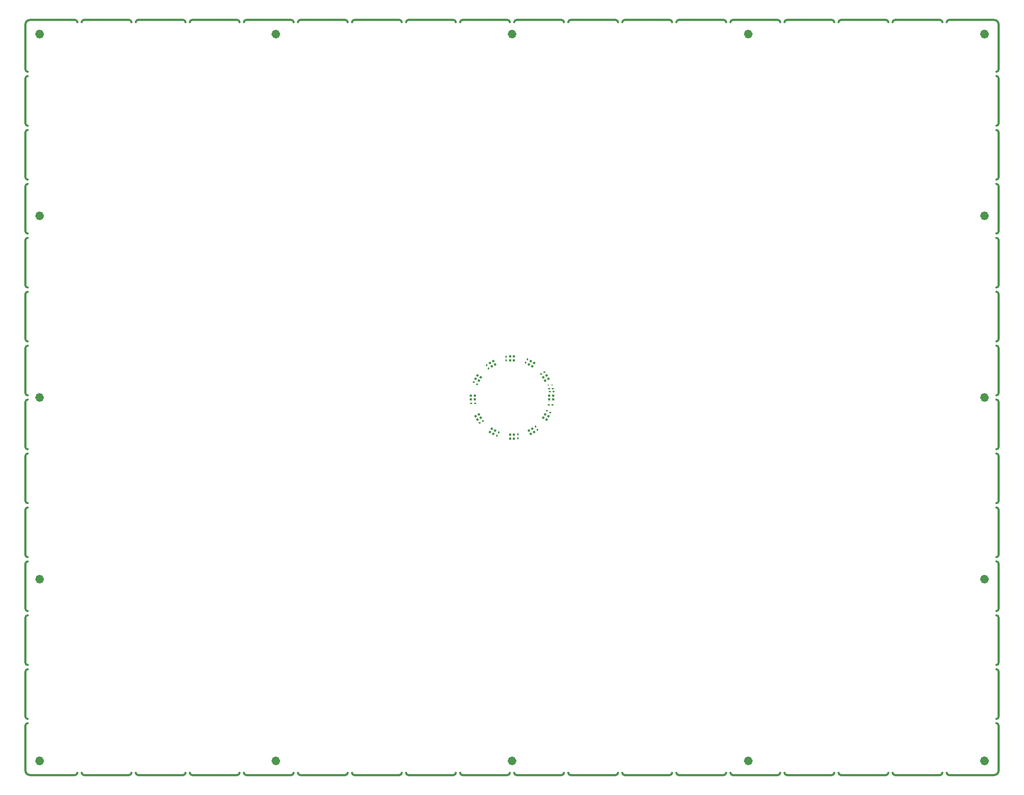
<source format=gtp>
G04 #@! TF.GenerationSoftware,KiCad,Pcbnew,7.0.5.1-1-g8f565ef7f0-dirty-deb11*
G04 #@! TF.CreationDate,2023-07-26T12:06:38+00:00*
G04 #@! TF.ProjectId,stencil,7374656e-6369-46c2-9e6b-696361645f70,1.0.0*
G04 #@! TF.SameCoordinates,Original*
G04 #@! TF.FileFunction,Paste,Top*
G04 #@! TF.FilePolarity,Positive*
%FSLAX46Y46*%
G04 Gerber Fmt 4.6, Leading zero omitted, Abs format (unit mm)*
G04 Created by KiCad (PCBNEW 7.0.5.1-1-g8f565ef7f0-dirty-deb11) date 2023-07-26 12:06:38*
%MOMM*%
%LPD*%
G01*
G04 APERTURE LIST*
G04 Aperture macros list*
%AMRoundRect*
0 Rectangle with rounded corners*
0 $1 Rounding radius*
0 $2 $3 $4 $5 $6 $7 $8 $9 X,Y pos of 4 corners*
0 Add a 4 corners polygon primitive as box body*
4,1,4,$2,$3,$4,$5,$6,$7,$8,$9,$2,$3,0*
0 Add four circle primitives for the rounded corners*
1,1,$1+$1,$2,$3*
1,1,$1+$1,$4,$5*
1,1,$1+$1,$6,$7*
1,1,$1+$1,$8,$9*
0 Add four rect primitives between the rounded corners*
20,1,$1+$1,$2,$3,$4,$5,0*
20,1,$1+$1,$4,$5,$6,$7,0*
20,1,$1+$1,$6,$7,$8,$9,0*
20,1,$1+$1,$8,$9,$2,$3,0*%
%AMRotRect*
0 Rectangle, with rotation*
0 The origin of the aperture is its center*
0 $1 length*
0 $2 width*
0 $3 Rotation angle, in degrees counterclockwise*
0 Add horizontal line*
21,1,$1,$2,0,0,$3*%
G04 Aperture macros list end*
%ADD10C,0.500000*%
%ADD11C,1.000000*%
%ADD12C,1.050000*%
%ADD13RotRect,0.500000X0.500000X120.000000*%
%ADD14RoundRect,0.090000X-0.090000X0.139000X-0.090000X-0.139000X0.090000X-0.139000X0.090000X0.139000X0*%
%ADD15RoundRect,0.090000X-0.147442X0.075378X-0.008442X-0.165378X0.147442X-0.075378X0.008442X0.165378X0*%
%ADD16R,0.500000X0.500000*%
%ADD17RotRect,0.500000X0.500000X150.000000*%
%ADD18RotRect,0.500000X0.500000X30.000000*%
%ADD19RotRect,0.500000X0.500000X330.000000*%
%ADD20RoundRect,0.090000X0.139000X0.090000X-0.139000X0.090000X-0.139000X-0.090000X0.139000X-0.090000X0*%
%ADD21RoundRect,0.090000X-0.139000X-0.090000X0.139000X-0.090000X0.139000X0.090000X-0.139000X0.090000X0*%
%ADD22RoundRect,0.062500X0.117500X0.062500X-0.117500X0.062500X-0.117500X-0.062500X0.117500X-0.062500X0*%
%ADD23RoundRect,0.090000X-0.075378X-0.147442X0.165378X-0.008442X0.075378X0.147442X-0.165378X0.008442X0*%
%ADD24RoundRect,0.090000X0.008442X-0.165378X0.147442X0.075378X-0.008442X0.165378X-0.147442X-0.075378X0*%
%ADD25RoundRect,0.090000X0.147442X-0.075378X0.008442X0.165378X-0.147442X0.075378X-0.008442X-0.165378X0*%
%ADD26RoundRect,0.090000X-0.165378X-0.008442X0.075378X-0.147442X0.165378X0.008442X-0.075378X0.147442X0*%
%ADD27RoundRect,0.090000X0.090000X-0.139000X0.090000X0.139000X-0.090000X0.139000X-0.090000X-0.139000X0*%
%ADD28RotRect,0.500000X0.500000X210.000000*%
%ADD29RoundRect,0.090000X0.075378X0.147442X-0.165378X0.008442X-0.075378X-0.147442X0.165378X-0.008442X0*%
%ADD30RotRect,0.500000X0.500000X300.000000*%
%ADD31RoundRect,0.090000X0.165378X0.008442X-0.075378X0.147442X-0.165378X-0.008442X0.075378X-0.147442X0*%
%ADD32RotRect,0.500000X0.500000X60.000000*%
%ADD33RotRect,0.500000X0.500000X240.000000*%
%ADD34RoundRect,0.090000X-0.008442X0.165378X-0.147442X-0.075378X0.008442X-0.165378X0.147442X0.075378X0*%
G04 APERTURE END LIST*
D10*
X-112000000Y25857145D02*
G75*
G03*
X-111500000Y25357145I500001J1D01*
G01*
D11*
X-108250000Y41875000D02*
G75*
G03*
X-108250000Y41875000I-500000J0D01*
G01*
D10*
X112000048Y-63142852D02*
G75*
G03*
X111500000Y-62642852I-500048J-48D01*
G01*
X24388900Y86500000D02*
G75*
G03*
X23888884Y87000000I-500000J0D01*
G01*
X-13444448Y-86999952D02*
G75*
G03*
X-12944448Y-86500000I48J499952D01*
G01*
X-111000000Y-87000000D02*
X-100555556Y-87000000D01*
X100555548Y-87000000D02*
X110999992Y-87000000D01*
X-111000000Y87000000D02*
G75*
G03*
X-112000000Y86000000I-1J-999999D01*
G01*
D11*
X54875000Y-83750000D02*
G75*
G03*
X54875000Y-83750000I-500000J0D01*
G01*
X109250000Y0D02*
G75*
G03*
X109250000Y0I-500000J0D01*
G01*
D10*
X-11444448Y-87000000D02*
X-1000004Y-87000000D01*
X-98555556Y-87000000D02*
X-88111112Y-87000000D01*
X111999977Y-75571423D02*
G75*
G03*
X111500000Y-75071423I-499977J23D01*
G01*
X112000000Y23857145D02*
X112000000Y13428574D01*
X-48777780Y87000000D02*
X-38333336Y87000000D01*
X112000000Y-25857139D02*
X112000000Y-36285710D01*
X111500000Y62642900D02*
G75*
G03*
X112000000Y63142858I0J500000D01*
G01*
X-73666668Y87000000D02*
X-63222224Y87000000D01*
X-87611112Y86500000D02*
G75*
G03*
X-88111112Y87000000I-500001J-1D01*
G01*
X112000000Y-13428568D02*
X112000000Y-23857139D01*
X-86111112Y87000000D02*
G75*
G03*
X-86611112Y86500000I1J-500001D01*
G01*
X98555548Y-87000048D02*
G75*
G03*
X99055548Y-86500000I-48J500048D01*
G01*
X112000000Y-75571423D02*
X112000000Y-85999994D01*
X63222216Y87000000D02*
X73666660Y87000000D01*
X-112000000Y-13428568D02*
X-112000000Y-23857139D01*
X-100055556Y86500000D02*
G75*
G03*
X-100555556Y87000000I-500001J-1D01*
G01*
X112000000Y-50714281D02*
X112000000Y-61142852D01*
D12*
X-108225000Y-83750000D02*
G75*
G03*
X-108225000Y-83750000I-525000J0D01*
G01*
D10*
X23888884Y-86999984D02*
G75*
G03*
X24388884Y-86500000I16J499984D01*
G01*
X100055500Y-86500000D02*
G75*
G03*
X100555548Y-87000000I500000J0D01*
G01*
X75166700Y-86500000D02*
G75*
G03*
X75666660Y-87000000I500000J0D01*
G01*
X112000019Y-50714281D02*
G75*
G03*
X111500000Y-50214281I-500019J-19D01*
G01*
X13444440Y87000000D02*
X23888884Y87000000D01*
X-11444448Y87000000D02*
X-1000004Y87000000D01*
X-63222224Y-86999976D02*
G75*
G03*
X-62722224Y-86500000I24J499976D01*
G01*
X63222216Y-87000000D02*
X73666660Y-87000000D01*
X112000000Y86000000D02*
G75*
G03*
X111000000Y87000000I-1000000J0D01*
G01*
X-75166670Y86500000D02*
G75*
G03*
X-75666668Y87000000I-500000J0D01*
G01*
X50277800Y-86500000D02*
G75*
G03*
X50777772Y-87000000I500000J0D01*
G01*
D12*
X109275000Y-83750000D02*
G75*
G03*
X109275000Y-83750000I-525000J0D01*
G01*
D10*
X-36333336Y87000036D02*
G75*
G03*
X-36833336Y86500000I36J-500036D01*
G01*
D11*
X-108250000Y-41875000D02*
G75*
G03*
X-108250000Y-41875000I-500000J0D01*
G01*
D10*
X-111500000Y24357145D02*
G75*
G03*
X-112000000Y23857145I1J-500001D01*
G01*
X75666660Y87000040D02*
G75*
G03*
X75166660Y86500000I40J-500040D01*
G01*
X-111500000Y-499997D02*
G75*
G03*
X-112000000Y-999997I1J-500001D01*
G01*
X13444440Y86999960D02*
G75*
G03*
X12944440Y86500000I-40J-499960D01*
G01*
X111500000Y25357100D02*
G75*
G03*
X112000000Y25857145I0J500000D01*
G01*
X-48777780Y-87000000D02*
X-38333336Y-87000000D01*
X-112000000Y61142858D02*
X-112000000Y50714287D01*
X-12944400Y86500000D02*
G75*
G03*
X-13444448Y87000000I-500000J0D01*
G01*
X38333328Y-87000000D02*
X48777772Y-87000000D01*
X-111500000Y74071429D02*
G75*
G03*
X-112000000Y73571429I1J-500001D01*
G01*
D12*
X-108225000Y83750000D02*
G75*
G03*
X-108225000Y83750000I-525000J0D01*
G01*
D10*
X-112000000Y73571429D02*
X-112000000Y63142858D01*
X-37833300Y86500000D02*
G75*
G03*
X-38333336Y87000000I-500000J0D01*
G01*
X-112000000Y-86000000D02*
G75*
G03*
X-111000000Y-87000000I999999J-1D01*
G01*
X-23888892Y-87000000D02*
X-13444448Y-87000000D01*
X-111500000Y61642858D02*
G75*
G03*
X-112000000Y61142858I1J-500001D01*
G01*
X111999958Y61142858D02*
G75*
G03*
X111500000Y61642858I-499958J42D01*
G01*
X-24388900Y-86500000D02*
G75*
G03*
X-23888892Y-87000000I500000J0D01*
G01*
X86611100Y86500000D02*
G75*
G03*
X86111104Y87000000I-500000J0D01*
G01*
X88111104Y87000000D02*
X98555548Y87000000D01*
X-111500000Y49214287D02*
G75*
G03*
X-112000000Y48714287I1J-500001D01*
G01*
X48777772Y-86999972D02*
G75*
G03*
X49277772Y-86500000I28J499972D01*
G01*
X11944400Y86500000D02*
G75*
G03*
X11444440Y87000000I-500000J0D01*
G01*
X-1000004Y-86999996D02*
G75*
G03*
X-500004Y-86500000I4J499996D01*
G01*
X-36833300Y-86500000D02*
G75*
G03*
X-36333336Y-87000000I500000J0D01*
G01*
X75666660Y87000000D02*
X86111104Y87000000D01*
X13444440Y-87000000D02*
X23888884Y-87000000D01*
X-23888892Y86999992D02*
G75*
G03*
X-24388892Y86500000I-8J-499992D01*
G01*
X62722200Y-86500000D02*
G75*
G03*
X63222216Y-87000000I500000J0D01*
G01*
X-112000000Y38285716D02*
G75*
G03*
X-111500000Y37785716I500001J1D01*
G01*
X-86611112Y-86500000D02*
G75*
G03*
X-86111112Y-87000000I500001J1D01*
G01*
X-61222224Y87000000D02*
X-50777780Y87000000D01*
X111500000Y-11928600D02*
G75*
G03*
X112000000Y-11428568I0J500000D01*
G01*
X111500000Y75071400D02*
G75*
G03*
X112000000Y75571429I0J500000D01*
G01*
X-23888892Y87000000D02*
X-13444448Y87000000D01*
X111999974Y11428574D02*
G75*
G03*
X111500000Y11928574I-499974J26D01*
G01*
D11*
X-53875000Y-83750000D02*
G75*
G03*
X-53875000Y-83750000I-500000J0D01*
G01*
D10*
X88111104Y-87000000D02*
X98555548Y-87000000D01*
X999996Y87000000D02*
X11444440Y87000000D01*
X112000000Y36285716D02*
X112000000Y25857145D01*
X50777772Y87000000D02*
X61222216Y87000000D01*
D11*
X54875000Y83750000D02*
G75*
G03*
X54875000Y83750000I-500000J0D01*
G01*
D10*
X-112000000Y13428574D02*
G75*
G03*
X-111500000Y12928574I500001J1D01*
G01*
X-50777780Y-87000020D02*
G75*
G03*
X-50277780Y-86500000I-20J500020D01*
G01*
X61222216Y-87000016D02*
G75*
G03*
X61722216Y-86500000I-16J500016D01*
G01*
X-36333336Y-87000000D02*
X-25888892Y-87000000D01*
X-111500000Y-37785710D02*
G75*
G03*
X-112000000Y-38285710I1J-500001D01*
G01*
X500000Y-86500000D02*
G75*
G03*
X999996Y-87000000I500000J0D01*
G01*
X111999990Y-38285710D02*
G75*
G03*
X111500000Y-37785710I-499990J10D01*
G01*
X-99055556Y-86500000D02*
G75*
G03*
X-98555556Y-87000000I500001J1D01*
G01*
X111999961Y-25857139D02*
G75*
G03*
X111500000Y-25357139I-499961J39D01*
G01*
X111500000Y37785700D02*
G75*
G03*
X112000000Y38285716I0J500000D01*
G01*
X-61222224Y-87000000D02*
X-50777780Y-87000000D01*
X111500000Y-24357100D02*
G75*
G03*
X112000000Y-23857139I0J500000D01*
G01*
X-112000000Y-48714281D02*
G75*
G03*
X-111500000Y-49214281I500001J1D01*
G01*
X-111500000Y-75071423D02*
G75*
G03*
X-112000000Y-75571423I1J-500001D01*
G01*
D12*
X109275000Y83750000D02*
G75*
G03*
X109275000Y83750000I-525000J0D01*
G01*
D10*
X-100555556Y-87000000D02*
G75*
G03*
X-100055556Y-86500000I-1J500001D01*
G01*
X86111104Y-87000004D02*
G75*
G03*
X86611104Y-86500000I-4J500004D01*
G01*
X-112000000Y48714287D02*
X-112000000Y38285716D01*
D11*
X-53875000Y83750000D02*
G75*
G03*
X-53875000Y83750000I-500000J0D01*
G01*
D10*
X73666660Y-86999960D02*
G75*
G03*
X74166660Y-86500000I40J499960D01*
G01*
X112000029Y73571429D02*
G75*
G03*
X111500000Y74071429I-500029J-29D01*
G01*
X50777772Y87000028D02*
G75*
G03*
X50277772Y86500000I28J-500028D01*
G01*
X999996Y-87000000D02*
X11444440Y-87000000D01*
X38333328Y87000000D02*
X48777772Y87000000D01*
X-112000000Y-63142852D02*
X-112000000Y-73571423D01*
X12944400Y-86500000D02*
G75*
G03*
X13444440Y-87000000I500000J0D01*
G01*
X-11944400Y-86500000D02*
G75*
G03*
X-11444448Y-87000000I500000J0D01*
G01*
X25888884Y87000016D02*
G75*
G03*
X25388884Y86500000I16J-500016D01*
G01*
X37833300Y-86500000D02*
G75*
G03*
X38333328Y-87000000I500000J0D01*
G01*
X25888884Y-87000000D02*
X36333328Y-87000000D01*
X-98555556Y87000000D02*
G75*
G03*
X-99055556Y86500000I1J-500001D01*
G01*
X-112000000Y-23857139D02*
G75*
G03*
X-111500000Y-24357139I500001J1D01*
G01*
X111500000Y-61642900D02*
G75*
G03*
X112000000Y-61142852I0J500000D01*
G01*
X49277800Y86500000D02*
G75*
G03*
X48777772Y87000000I-500000J0D01*
G01*
D11*
X500000Y-83750000D02*
G75*
G03*
X500000Y-83750000I-500000J0D01*
G01*
D10*
X-36333336Y87000000D02*
X-25888892Y87000000D01*
X-112000000Y86000000D02*
X-112000000Y75571429D01*
X25388900Y-86500000D02*
G75*
G03*
X25888884Y-87000000I500000J0D01*
G01*
X112000000Y-38285710D02*
X112000000Y-48714281D01*
X75666660Y-87000000D02*
X86111104Y-87000000D01*
X-50277800Y86500000D02*
G75*
G03*
X-50777780Y87000000I-500000J0D01*
G01*
D11*
X109250000Y41875000D02*
G75*
G03*
X109250000Y41875000I-500000J0D01*
G01*
D10*
X-111000000Y87000000D02*
X-100555556Y87000000D01*
X111500000Y-74071400D02*
G75*
G03*
X112000000Y-73571423I0J500000D01*
G01*
X-112000000Y-75571423D02*
X-112000000Y-85999994D01*
X-98555556Y87000000D02*
X-88111112Y87000000D01*
X-73666668Y-87000000D02*
X-63222224Y-87000000D01*
X-49277800Y-86500000D02*
G75*
G03*
X-48777780Y-87000000I500000J0D01*
G01*
D11*
X109250000Y-41875000D02*
G75*
G03*
X109250000Y-41875000I-500000J0D01*
G01*
D10*
X74166700Y86500000D02*
G75*
G03*
X73666660Y87000000I-500000J0D01*
G01*
X-112000000Y-36285710D02*
G75*
G03*
X-111500000Y-36785710I500001J1D01*
G01*
X-112000000Y-61142852D02*
G75*
G03*
X-111500000Y-61642852I500001J1D01*
G01*
X-38333336Y-86999964D02*
G75*
G03*
X-37833336Y-86500000I36J499964D01*
G01*
X-112000000Y36285716D02*
X-112000000Y25857145D01*
X-88111112Y-87000000D02*
G75*
G03*
X-87611112Y-86500000I-1J500001D01*
G01*
X-111500000Y-25357139D02*
G75*
G03*
X-112000000Y-25857139I1J-500001D01*
G01*
X111000000Y-87000000D02*
G75*
G03*
X112000000Y-86000000I0J1000000D01*
G01*
X50777772Y-87000000D02*
X61222216Y-87000000D01*
X112000000Y-999997D02*
X112000000Y-11428568D01*
X-61222224Y87000024D02*
G75*
G03*
X-61722224Y86500000I24J-500024D01*
G01*
X112000000Y-63142852D02*
X112000000Y-73571423D01*
X-112000000Y11428574D02*
X-112000000Y1000003D01*
X-112000000Y-73571423D02*
G75*
G03*
X-111500000Y-74071423I500001J1D01*
G01*
X112000003Y-999997D02*
G75*
G03*
X111500000Y-499997I-500003J-3D01*
G01*
X112000000Y61142858D02*
X112000000Y50714287D01*
X-25388900Y86500000D02*
G75*
G03*
X-25888892Y87000000I-500000J0D01*
G01*
X999996Y87000004D02*
G75*
G03*
X499996Y86500000I4J-500004D01*
G01*
X111999987Y48714287D02*
G75*
G03*
X111500000Y49214287I-499987J13D01*
G01*
X36333328Y-87000028D02*
G75*
G03*
X36833328Y-86500000I-28J500028D01*
G01*
X-86111112Y87000000D02*
X-75666668Y87000000D01*
X111500000Y12928600D02*
G75*
G03*
X112000000Y13428574I0J500000D01*
G01*
X-86111112Y-87000000D02*
X-75666668Y-87000000D01*
X-73666668Y86999968D02*
G75*
G03*
X-74166668Y86500000I-32J-499968D01*
G01*
X112000000Y48714287D02*
X112000000Y38285716D01*
X100555548Y87000000D02*
X110999992Y87000000D01*
X-112000000Y50714287D02*
G75*
G03*
X-111500000Y50214287I500001J1D01*
G01*
X87611100Y-86500000D02*
G75*
G03*
X88111104Y-87000000I500000J0D01*
G01*
X25888884Y87000000D02*
X36333328Y87000000D01*
X-11444448Y87000048D02*
G75*
G03*
X-11944448Y86500000I48J-500048D01*
G01*
X100555548Y86999952D02*
G75*
G03*
X100055548Y86500000I-48J-499952D01*
G01*
X111500000Y-36785700D02*
G75*
G03*
X112000000Y-36285710I0J500000D01*
G01*
X112000000Y73571429D02*
X112000000Y63142858D01*
X-111500000Y-12928568D02*
G75*
G03*
X-112000000Y-13428568I1J-500001D01*
G01*
X88111104Y86999996D02*
G75*
G03*
X87611104Y86500000I-4J-499996D01*
G01*
X99055500Y86500000D02*
G75*
G03*
X98555548Y87000000I-500000J0D01*
G01*
X-112000000Y-999997D02*
X-112000000Y-11428568D01*
X112000032Y-13428568D02*
G75*
G03*
X111500000Y-12928568I-500032J-32D01*
G01*
X-112000000Y-38285710D02*
X-112000000Y-48714281D01*
X63222216Y86999984D02*
G75*
G03*
X62722216Y86500000I-16J-499984D01*
G01*
X112000000Y11428574D02*
X112000000Y1000003D01*
X-112000000Y1000003D02*
G75*
G03*
X-111500000Y500003I500001J1D01*
G01*
X11444440Y-87000040D02*
G75*
G03*
X11944440Y-86500000I-40J500040D01*
G01*
X111500000Y500000D02*
G75*
G03*
X112000000Y1000003I0J500000D01*
G01*
D11*
X-108250000Y0D02*
G75*
G03*
X-108250000Y0I-500000J0D01*
G01*
D10*
X-75666668Y-87000002D02*
G75*
G03*
X-75166668Y-86500000I-2J500002D01*
G01*
X111500000Y-49214300D02*
G75*
G03*
X112000000Y-48714281I0J500000D01*
G01*
X-62722200Y86500000D02*
G75*
G03*
X-63222224Y87000000I-500000J0D01*
G01*
X-25888892Y-87000008D02*
G75*
G03*
X-25388892Y-86500000I-8J500008D01*
G01*
X-111500000Y-50214281D02*
G75*
G03*
X-112000000Y-50714281I1J-500001D01*
G01*
X-112000000Y23857145D02*
X-112000000Y13428574D01*
X-500000Y86500000D02*
G75*
G03*
X-1000004Y87000000I-500000J0D01*
G01*
X-112000000Y-11428568D02*
G75*
G03*
X-111500000Y-11928568I500001J1D01*
G01*
D11*
X500000Y83750000D02*
G75*
G03*
X500000Y83750000I-500000J0D01*
G01*
D10*
X112000000Y86000000D02*
X112000000Y75571429D01*
X38333328Y86999972D02*
G75*
G03*
X37833328Y86500000I-28J-499972D01*
G01*
X36833300Y86500000D02*
G75*
G03*
X36333328Y87000000I-500000J0D01*
G01*
X-111500000Y-62642852D02*
G75*
G03*
X-112000000Y-63142852I1J-500001D01*
G01*
X-48777780Y86999980D02*
G75*
G03*
X-49277780Y86500000I-20J-499980D01*
G01*
X-112000000Y75571429D02*
G75*
G03*
X-111500000Y75071429I500001J1D01*
G01*
X-111500000Y36785716D02*
G75*
G03*
X-112000000Y36285716I1J-500001D01*
G01*
X112000045Y23857145D02*
G75*
G03*
X111500000Y24357145I-500045J-45D01*
G01*
X-74166700Y-86500000D02*
G75*
G03*
X-73666668Y-87000000I500000J0D01*
G01*
X-112000000Y63142858D02*
G75*
G03*
X-111500000Y62642858I500001J1D01*
G01*
X-112000000Y-25857139D02*
X-112000000Y-36285710D01*
X112000016Y36285716D02*
G75*
G03*
X111500000Y36785716I-500016J-16D01*
G01*
X-111500000Y11928574D02*
G75*
G03*
X-112000000Y11428574I1J-500001D01*
G01*
X-61722200Y-86500000D02*
G75*
G03*
X-61222224Y-87000000I500000J0D01*
G01*
X61722200Y86500000D02*
G75*
G03*
X61222216Y87000000I-500000J0D01*
G01*
X111500000Y50214300D02*
G75*
G03*
X112000000Y50714287I0J500000D01*
G01*
X-112000000Y-50714281D02*
X-112000000Y-61142852D01*
D13*
G04 #@! TO.C,D11*
X4335289Y-8408940D03*
X5114711Y-7958940D03*
X4664711Y-7179518D03*
X3885289Y-7629518D03*
G04 #@! TD*
D14*
G04 #@! TO.C,C4*
X-1350000Y9372500D03*
X-1350000Y8507500D03*
G04 #@! TD*
D15*
G04 #@! TO.C,C5*
X-5855384Y7441823D03*
X-5422884Y6692711D03*
G04 #@! TD*
D16*
G04 #@! TO.C,D1*
X9450000Y-450000D03*
X9450000Y450000D03*
X8550000Y450000D03*
X8550000Y-450000D03*
G04 #@! TD*
G04 #@! TO.C,D4*
X450000Y9450000D03*
X-450000Y9450000D03*
X-450000Y8550000D03*
X450000Y8550000D03*
G04 #@! TD*
D17*
G04 #@! TO.C,D12*
X7958940Y-5114711D03*
X8408940Y-4335289D03*
X7629518Y-3885289D03*
X7179518Y-4664711D03*
G04 #@! TD*
D18*
G04 #@! TO.C,D8*
X-8408940Y-4335289D03*
X-7958940Y-5114711D03*
X-7179518Y-4664711D03*
X-7629518Y-3885289D03*
G04 #@! TD*
D16*
G04 #@! TO.C,D10*
X-450000Y-9450000D03*
X450000Y-9450000D03*
X450000Y-8550000D03*
X-450000Y-8550000D03*
G04 #@! TD*
G04 #@! TO.C,D7*
X-9450000Y450000D03*
X-9450000Y-450000D03*
X-8550000Y-450000D03*
X-8550000Y450000D03*
G04 #@! TD*
D19*
G04 #@! TO.C,D6*
X-7958940Y5114711D03*
X-8408940Y4335289D03*
X-7629518Y3885289D03*
X-7179518Y4664711D03*
G04 #@! TD*
D20*
G04 #@! TO.C,R2*
X9432500Y2050000D03*
X8567500Y2050000D03*
G04 #@! TD*
D21*
G04 #@! TO.C,C7*
X-9372500Y-1350000D03*
X-8507500Y-1350000D03*
G04 #@! TD*
D22*
G04 #@! TO.C,D13*
X8352500Y2850000D03*
X9192500Y2850000D03*
G04 #@! TD*
D23*
G04 #@! TO.C,C8*
X-7441823Y-5855384D03*
X-6692711Y-5422884D03*
G04 #@! TD*
D24*
G04 #@! TO.C,C9*
X-3517116Y-8791823D03*
X-3084616Y-8042711D03*
G04 #@! TD*
D25*
G04 #@! TO.C,C11*
X5855384Y-7441823D03*
X5422884Y-6692711D03*
G04 #@! TD*
D26*
G04 #@! TO.C,C6*
X-8791823Y3517116D03*
X-8042711Y3084616D03*
G04 #@! TD*
D27*
G04 #@! TO.C,C10*
X1350000Y-9372500D03*
X1350000Y-8507500D03*
G04 #@! TD*
D28*
G04 #@! TO.C,D2*
X8408940Y4335289D03*
X7958940Y5114711D03*
X7179518Y4664711D03*
X7629518Y3885289D03*
G04 #@! TD*
D21*
G04 #@! TO.C,C1*
X8717500Y1350000D03*
X9582500Y1350000D03*
G04 #@! TD*
D29*
G04 #@! TO.C,C2*
X7441823Y5855384D03*
X6692711Y5422884D03*
G04 #@! TD*
D30*
G04 #@! TO.C,D5*
X-4335289Y8408940D03*
X-5114711Y7958940D03*
X-4664711Y7179518D03*
X-3885289Y7629518D03*
G04 #@! TD*
D31*
G04 #@! TO.C,C12*
X8791823Y-3517116D03*
X8042711Y-3084616D03*
G04 #@! TD*
D32*
G04 #@! TO.C,D9*
X-5114711Y-7958940D03*
X-4335289Y-8408940D03*
X-3885289Y-7629518D03*
X-4664711Y-7179518D03*
G04 #@! TD*
D33*
G04 #@! TO.C,D3*
X5114711Y7958940D03*
X4335289Y8408940D03*
X3885289Y7629518D03*
X4664711Y7179518D03*
G04 #@! TD*
D20*
G04 #@! TO.C,R1*
X9342500Y-1680000D03*
X8477500Y-1680000D03*
G04 #@! TD*
D34*
G04 #@! TO.C,C3*
X3517116Y8791823D03*
X3084616Y8042711D03*
G04 #@! TD*
M02*

</source>
